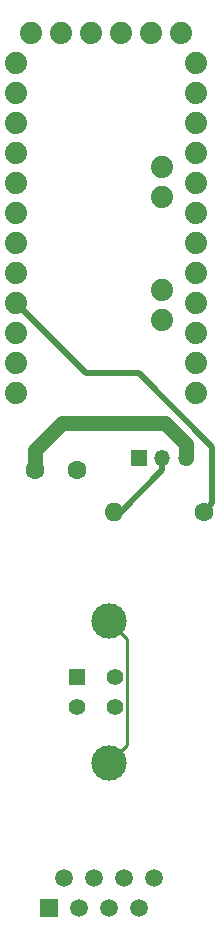
<source format=gbr>
%TF.GenerationSoftware,KiCad,Pcbnew,7.0.6*%
%TF.CreationDate,2023-10-29T14:46:36-05:00*%
%TF.ProjectId,Black Mage Eyes,426c6163-6b20-44d6-9167-652045796573,V01*%
%TF.SameCoordinates,Original*%
%TF.FileFunction,Copper,L2,Bot*%
%TF.FilePolarity,Positive*%
%FSLAX46Y46*%
G04 Gerber Fmt 4.6, Leading zero omitted, Abs format (unit mm)*
G04 Created by KiCad (PCBNEW 7.0.6) date 2023-10-29 14:46:36*
%MOMM*%
%LPD*%
G01*
G04 APERTURE LIST*
%TA.AperFunction,ComponentPad*%
%ADD10C,1.600000*%
%TD*%
%TA.AperFunction,ComponentPad*%
%ADD11C,1.879600*%
%TD*%
%TA.AperFunction,ComponentPad*%
%ADD12O,1.600000X1.600000*%
%TD*%
%TA.AperFunction,ComponentPad*%
%ADD13R,1.500000X1.500000*%
%TD*%
%TA.AperFunction,ComponentPad*%
%ADD14C,1.500000*%
%TD*%
%TA.AperFunction,ComponentPad*%
%ADD15R,1.400000X1.400000*%
%TD*%
%TA.AperFunction,ComponentPad*%
%ADD16C,1.400000*%
%TD*%
%TA.AperFunction,ComponentPad*%
%ADD17C,3.000000*%
%TD*%
%TA.AperFunction,ComponentPad*%
%ADD18R,1.350000X1.350000*%
%TD*%
%TA.AperFunction,ComponentPad*%
%ADD19O,1.350000X1.350000*%
%TD*%
%TA.AperFunction,Conductor*%
%ADD20C,0.250000*%
%TD*%
%TA.AperFunction,Conductor*%
%ADD21C,0.500000*%
%TD*%
%TA.AperFunction,Conductor*%
%ADD22C,1.250000*%
%TD*%
G04 APERTURE END LIST*
D10*
%TO.P,C1,1*%
%TO.N,Net-(NEO1-5V)*%
X105250000Y-90000000D03*
%TO.P,C1,2*%
%TO.N,Net-(J1-VBUS)*%
X108750000Y-90000000D03*
%TD*%
D11*
%TO.P,U2,JP1_1,DTR*%
%TO.N,unconnected-(U2-DTR-PadJP1_1)*%
X117620000Y-53000000D03*
%TO.P,U2,JP1_2,TXO*%
%TO.N,unconnected-(U2-TXO-PadJP1_2)*%
X115080000Y-53000000D03*
%TO.P,U2,JP1_3,RXI*%
%TO.N,unconnected-(U2-RXI-PadJP1_3)*%
X112540000Y-53000000D03*
%TO.P,U2,JP1_4,VCC*%
%TO.N,unconnected-(U2-VCC-PadJP1_4)*%
X110000000Y-53000000D03*
%TO.P,U2,JP1_5,GND*%
%TO.N,Net-(U2-GND-PadJP1_5)*%
X107460000Y-53000000D03*
%TO.P,U2,JP1_6,GND*%
X104920000Y-53000000D03*
%TO.P,U2,JP2_1,A4*%
%TO.N,unconnected-(U2-A4-PadJP2_1)*%
X115969000Y-66843000D03*
%TO.P,U2,JP2_2,A5*%
%TO.N,unconnected-(U2-A5-PadJP2_2)*%
X115969000Y-64303000D03*
%TO.P,U2,JP3_1,A6*%
%TO.N,unconnected-(U2-A6-PadJP3_1)*%
X115969000Y-77257000D03*
%TO.P,U2,JP3_2,A7*%
%TO.N,unconnected-(U2-A7-PadJP3_2)*%
X115969000Y-74717000D03*
%TO.P,U2,JP6_1,RAW*%
%TO.N,Net-(J1-VBUS)*%
X118890000Y-55540000D03*
%TO.P,U2,JP6_2,GND_1*%
%TO.N,Net-(J1-GND)*%
X118890000Y-58080000D03*
%TO.P,U2,JP6_3,RST_1*%
%TO.N,unconnected-(U2-RST_1-PadJP6_3)*%
X118890000Y-60620000D03*
%TO.P,U2,JP6_4,VCC_1*%
%TO.N,unconnected-(U2-VCC_1-PadJP6_4)*%
X118890000Y-63160000D03*
%TO.P,U2,JP6_5,A3*%
%TO.N,unconnected-(U2-A3-PadJP6_5)*%
X118890000Y-65700000D03*
%TO.P,U2,JP6_6,A2*%
%TO.N,unconnected-(U2-A2-PadJP6_6)*%
X118890000Y-68240000D03*
%TO.P,U2,JP6_7,A1*%
%TO.N,unconnected-(U2-A1-PadJP6_7)*%
X118890000Y-70780000D03*
%TO.P,U2,JP6_8,A0*%
%TO.N,unconnected-(U2-A0-PadJP6_8)*%
X118890000Y-73320000D03*
%TO.P,U2,JP6_9,SCK*%
%TO.N,unconnected-(U2-SCK-PadJP6_9)*%
X118890000Y-75860000D03*
%TO.P,U2,JP6_10,MISO*%
%TO.N,Net-(U2-MISO)*%
X118890000Y-78400000D03*
%TO.P,U2,JP6_11,MOSI*%
%TO.N,Net-(U2-MOSI)*%
X118890000Y-80940000D03*
%TO.P,U2,JP6_12,D10*%
%TO.N,Net-(U2-D10)*%
X118890000Y-83480000D03*
%TO.P,U2,JP7_1,D9*%
%TO.N,Net-(U2-D9)*%
X103650000Y-83480000D03*
%TO.P,U2,JP7_2,D8*%
%TO.N,Net-(U2-D8)*%
X103650000Y-80940000D03*
%TO.P,U2,JP7_3,D7*%
%TO.N,Net-(U2-D7)*%
X103650000Y-78400000D03*
%TO.P,U2,JP7_4,D6*%
%TO.N,Net-(U2-D6)*%
X103650000Y-75860000D03*
%TO.P,U2,JP7_5,D5*%
%TO.N,unconnected-(U2-D5-PadJP7_5)*%
X103650000Y-73320000D03*
%TO.P,U2,JP7_6,D4*%
%TO.N,unconnected-(U2-D4-PadJP7_6)*%
X103650000Y-70780000D03*
%TO.P,U2,JP7_7,D3*%
%TO.N,unconnected-(U2-D3-PadJP7_7)*%
X103650000Y-68240000D03*
%TO.P,U2,JP7_8,D2*%
%TO.N,unconnected-(U2-D2-PadJP7_8)*%
X103650000Y-65700000D03*
%TO.P,U2,JP7_9,GND_2*%
%TO.N,unconnected-(U2-GND_2-PadJP7_9)*%
X103650000Y-63160000D03*
%TO.P,U2,JP7_10,RST_2*%
%TO.N,unconnected-(U2-RST_2-PadJP7_10)*%
X103650000Y-60620000D03*
%TO.P,U2,JP7_11,RXI_2*%
%TO.N,unconnected-(U2-RXI_2-PadJP7_11)*%
X103650000Y-58080000D03*
%TO.P,U2,JP7_12,TXO_2*%
%TO.N,unconnected-(U2-TXO_2-PadJP7_12)*%
X103650000Y-55540000D03*
%TD*%
D10*
%TO.P,R1,1*%
%TO.N,Net-(U2-D6)*%
X119560000Y-93500000D03*
D12*
%TO.P,R1,2*%
%TO.N,Net-(NEO1-Din)*%
X111940000Y-93500000D03*
%TD*%
D13*
%TO.P,J2,1*%
%TO.N,unconnected-(J2-Pad1)*%
X106440000Y-127040000D03*
D14*
%TO.P,J2,2*%
%TO.N,Net-(J1-GND)*%
X107710000Y-124500000D03*
%TO.P,J2,3*%
%TO.N,Net-(U2-D9)*%
X108980000Y-127040000D03*
%TO.P,J2,4*%
%TO.N,Net-(U2-D10)*%
X110250000Y-124500000D03*
%TO.P,J2,5*%
%TO.N,Net-(U2-D8)*%
X111520000Y-127040000D03*
%TO.P,J2,6*%
%TO.N,Net-(U2-MOSI)*%
X112790000Y-124500000D03*
%TO.P,J2,7*%
%TO.N,Net-(U2-D7)*%
X114060000Y-127040000D03*
%TO.P,J2,8*%
%TO.N,Net-(U2-MISO)*%
X115330000Y-124500000D03*
%TD*%
D15*
%TO.P,J1,1,VBUS*%
%TO.N,Net-(J1-VBUS)*%
X108790000Y-107520000D03*
D16*
%TO.P,J1,2,D-*%
%TO.N,unconnected-(J1-D--Pad2)*%
X108790000Y-110020000D03*
%TO.P,J1,3,D+*%
%TO.N,unconnected-(J1-D+-Pad3)*%
X111990000Y-110020000D03*
%TO.P,J1,4,GND*%
%TO.N,Net-(J1-GND)*%
X111990000Y-107520000D03*
D17*
%TO.P,J1,5,Shield*%
%TO.N,unconnected-(J1-Shield-Pad5)*%
X111500000Y-114790000D03*
X111500000Y-102750000D03*
%TD*%
D18*
%TO.P,NEO1,1,GND*%
%TO.N,Net-(J1-GND)*%
X114000000Y-89000000D03*
D19*
%TO.P,NEO1,2,Din*%
%TO.N,Net-(NEO1-Din)*%
X116000000Y-89000000D03*
%TO.P,NEO1,3,5V*%
%TO.N,Net-(NEO1-5V)*%
X118000000Y-89000000D03*
%TD*%
D20*
%TO.N,unconnected-(J1-Shield-Pad5)*%
X113015000Y-104265000D02*
X111500000Y-102750000D01*
X111500000Y-114790000D02*
X113015000Y-113275000D01*
X113015000Y-113275000D02*
X113015000Y-104265000D01*
D21*
%TO.N,Net-(U2-D6)*%
X120250000Y-92810000D02*
X119560000Y-93500000D01*
X120250000Y-88000000D02*
X120250000Y-92810000D01*
X109540000Y-81750000D02*
X114000000Y-81750000D01*
X103650000Y-75860000D02*
X109540000Y-81750000D01*
X114000000Y-81750000D02*
X120250000Y-88000000D01*
%TO.N,Net-(NEO1-Din)*%
X116000000Y-90000000D02*
X112500000Y-93500000D01*
X112500000Y-93500000D02*
X111940000Y-93500000D01*
X116000000Y-89000000D02*
X116000000Y-90000000D01*
D22*
%TO.N,Net-(NEO1-5V)*%
X107500000Y-86000000D02*
X116250000Y-86000000D01*
X105250000Y-90000000D02*
X105250000Y-88250000D01*
X105250000Y-88250000D02*
X107500000Y-86000000D01*
X118000000Y-87750000D02*
X118000000Y-89000000D01*
X116250000Y-86000000D02*
X118000000Y-87750000D01*
%TD*%
M02*

</source>
